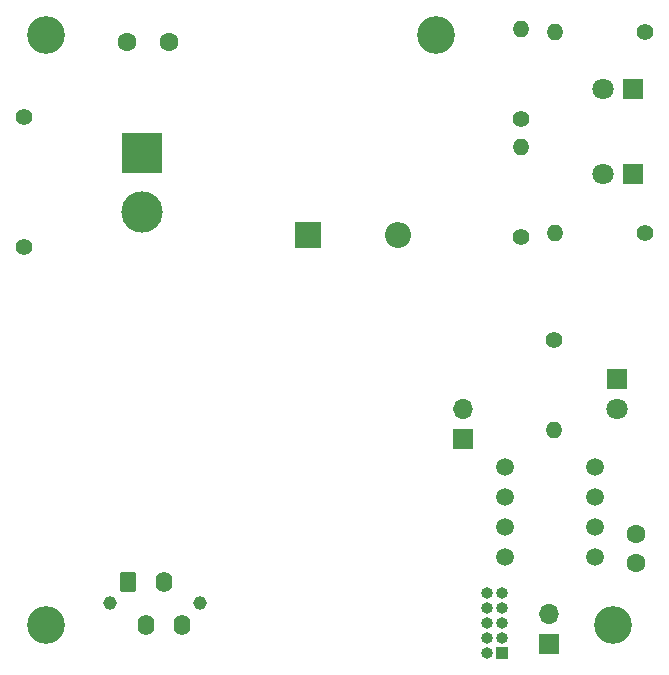
<source format=gbr>
%TF.GenerationSoftware,KiCad,Pcbnew,8.0.8*%
%TF.CreationDate,2025-02-05T17:12:45-05:00*%
%TF.ProjectId,Spectrometer V1.0,53706563-7472-46f6-9d65-746572205631,rev?*%
%TF.SameCoordinates,Original*%
%TF.FileFunction,Soldermask,Bot*%
%TF.FilePolarity,Negative*%
%FSLAX46Y46*%
G04 Gerber Fmt 4.6, Leading zero omitted, Abs format (unit mm)*
G04 Created by KiCad (PCBNEW 8.0.8) date 2025-02-05 17:12:45*
%MOMM*%
%LPD*%
G01*
G04 APERTURE LIST*
G04 Aperture macros list*
%AMRoundRect*
0 Rectangle with rounded corners*
0 $1 Rounding radius*
0 $2 $3 $4 $5 $6 $7 $8 $9 X,Y pos of 4 corners*
0 Add a 4 corners polygon primitive as box body*
4,1,4,$2,$3,$4,$5,$6,$7,$8,$9,$2,$3,0*
0 Add four circle primitives for the rounded corners*
1,1,$1+$1,$2,$3*
1,1,$1+$1,$4,$5*
1,1,$1+$1,$6,$7*
1,1,$1+$1,$8,$9*
0 Add four rect primitives between the rounded corners*
20,1,$1+$1,$2,$3,$4,$5,0*
20,1,$1+$1,$4,$5,$6,$7,0*
20,1,$1+$1,$6,$7,$8,$9,0*
20,1,$1+$1,$8,$9,$2,$3,0*%
G04 Aperture macros list end*
%ADD10C,1.600000*%
%ADD11C,3.200000*%
%ADD12C,1.400000*%
%ADD13R,3.500000X3.500000*%
%ADD14C,3.500000*%
%ADD15R,1.800000X1.800000*%
%ADD16C,1.800000*%
%ADD17O,1.400000X1.400000*%
%ADD18R,1.000000X1.000000*%
%ADD19O,1.000000X1.000000*%
%ADD20C,1.507998*%
%ADD21C,1.150000*%
%ADD22RoundRect,0.249999X-0.450001X-0.625001X0.450001X-0.625001X0.450001X0.625001X-0.450001X0.625001X0*%
%ADD23O,1.400000X1.750000*%
%ADD24R,2.200000X2.200000*%
%ADD25O,2.200000X2.200000*%
%ADD26R,1.700000X1.700000*%
%ADD27O,1.700000X1.700000*%
G04 APERTURE END LIST*
D10*
%TO.C,C14*%
X110400000Y-80600000D03*
X106900000Y-80600000D03*
%TD*%
D11*
%TO.C,H3*%
X100000000Y-130000000D03*
%TD*%
D12*
%TO.C,J7*%
X98175000Y-98000000D03*
X98175000Y-87000000D03*
D13*
X108175000Y-90000000D03*
D14*
X108175000Y-95000000D03*
%TD*%
D15*
%TO.C,D6*%
X149700000Y-91810000D03*
D16*
X147160000Y-91810000D03*
%TD*%
D15*
%TO.C,D1*%
X148400000Y-109150000D03*
D16*
X148400000Y-111690000D03*
%TD*%
D12*
%TO.C,R7*%
X140200000Y-87120000D03*
D17*
X140200000Y-79500000D03*
%TD*%
D12*
%TO.C,R3*%
X150700000Y-79810000D03*
D17*
X143080000Y-79810000D03*
%TD*%
D11*
%TO.C,H4*%
X148000000Y-130000000D03*
%TD*%
D18*
%TO.C,J3*%
X138600000Y-132350000D03*
D19*
X137330000Y-132350000D03*
X138600000Y-131080000D03*
X137330000Y-131080000D03*
X138600000Y-129810000D03*
X137330000Y-129810000D03*
X138600000Y-128540000D03*
X137330000Y-128540000D03*
X138600000Y-127270000D03*
X137330000Y-127270000D03*
%TD*%
D20*
%TO.C,U1*%
X146500100Y-124205100D03*
X146500100Y-121665100D03*
X146500100Y-119125100D03*
X146500100Y-116585100D03*
X138880100Y-124205100D03*
X138880100Y-121665100D03*
X138880100Y-119125100D03*
X138880100Y-116585100D03*
%TD*%
D21*
%TO.C,J6*%
X105450000Y-128150000D03*
X113050000Y-128150000D03*
D22*
X107000000Y-126300000D03*
D23*
X108500000Y-130000000D03*
X110000000Y-126300000D03*
X111500000Y-130000000D03*
%TD*%
D15*
%TO.C,D2*%
X149700000Y-84610000D03*
D16*
X147160000Y-84610000D03*
%TD*%
D12*
%TO.C,R8*%
X150700000Y-96810000D03*
D17*
X143080000Y-96810000D03*
%TD*%
D11*
%TO.C,H2*%
X133000000Y-80000000D03*
%TD*%
D10*
%TO.C,C1*%
X150000000Y-122250000D03*
X150000000Y-124750000D03*
%TD*%
D24*
%TO.C,D3*%
X122190000Y-97000000D03*
D25*
X129810000Y-97000000D03*
%TD*%
D26*
%TO.C,J1*%
X135300000Y-114240000D03*
D27*
X135300000Y-111700000D03*
%TD*%
D11*
%TO.C,H1*%
X100000000Y-80000000D03*
%TD*%
D12*
%TO.C,R6*%
X140200000Y-97120000D03*
D17*
X140200000Y-89500000D03*
%TD*%
D26*
%TO.C,J2*%
X142600000Y-131575000D03*
D27*
X142600000Y-129035000D03*
%TD*%
D12*
%TO.C,R1*%
X143000000Y-105880000D03*
D17*
X143000000Y-113500000D03*
%TD*%
M02*

</source>
